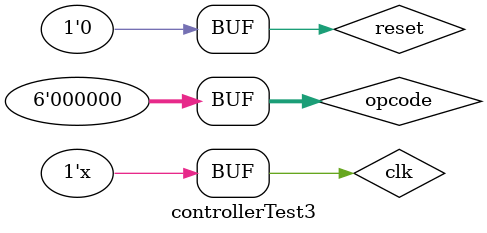
<source format=v>
`timescale 1ns / 1ps

module controllerTest3;

	// Inputs
	reg [5:0] opcode;
	reg clk;
	reg reset;

	// Outputs
	wire PCWrite;
	wire PCWriteCond;
	wire DMEMWrite;
	wire IRWrite;
	wire [1:0] MemtoReg;
	wire [1:0] PCSource;
	wire [3:0] ALUSel;
	wire ALUSrcA;
	wire [1:0] ALUSrcB;
	wire RegWrite;
	wire RegReadSel;

	// Instantiate the Unit Under Test (UUT)
	controller3 uut (
		.opcode(opcode),
		.clk(clk),
		.reset(reset),
		.PCWrite(PCWrite),
		.PCWriteCond(PCWriteCond),
		.DMEMWrite(DMEMWrite),
		.IRWrite(IRWrite),
		.MemtoReg(MemtoReg),
		.PCSource(PCSource),
		.ALUSel(ALUSel),
		.ALUSrcA(ALUSrcA),
		.ALUSrcB(ALUSrcB),
		.RegWrite(RegWrite),
		.RegReadSel(RegReadSel)
	);

	always
	#5 clk = ~clk;

	initial begin
		// Initialize Inputs
		opcode = 0;
		clk = 0;
		reset = 1;

		// Wait 100 ns for global reset to finish
		#100;

		// Add stimulus here
		// clear reset
		reset = 0;

		// type				  //FN		// state sequence

		// R-TYPE
		opcode <= 6'b010000; //MOV		0 1 2 6
		#55;
		opcode <= 6'b010001; //NOT		0 1 2 6
		#40;
		opcode <= 6'b010010; //ADD		0 1 2 6
		#40;
		opcode <= 6'b010011; //SUB		0 1 2 6
		#40;
		opcode <= 6'b010100; //OR		0 1 2 6
		#40;
		opcode <= 6'b010101; //AND		0 1 2 6
		#40;
		opcode <= 6'b010110; //XOR		0 1 2 6
		#40;
		opcode <= 6'b010111; //SLT		0 1 2 6


		// JUMP
		opcode <= 6'b000001; // J		0 1 14 12
		#30;
		// BRANCH
		opcode <= 6'b100000; //BEQ		0 1 14 11
		#30;
		// I-type
		opcode <= 6'b110010; // ADDI	0 1 3 6
		#40;
		opcode <= 6'b110011; // SUBI	0 1 3 6
		#40;
		opcode <= 6'b110100; // ORI		0 1 4 6
		#40;
		opcode <= 6'b110101; // ANDI	0 1 4 6
		#40;
		opcode <= 6'b110110; // XORI	0 1 4 6
		#40;
		opcode <= 6'b110111; // SLTI	0 1 3 6
		#40;
		opcode <= 6'b111001; // LI		0 1 14 9
		#40;
		opcode <= 6'b111010; // LUI		0 1 14 10
		#40;
		opcode <= 6'b111011; // LWI		0 1 5 7
		#40;
		opcode <= 6'b111100; // SWI		0 1 14 8
		#40;
		reset <= 1;
		#20;
		reset <= 0;
		opcode <= 6'b000000; // NOP		0 1

	end

endmodule

</source>
